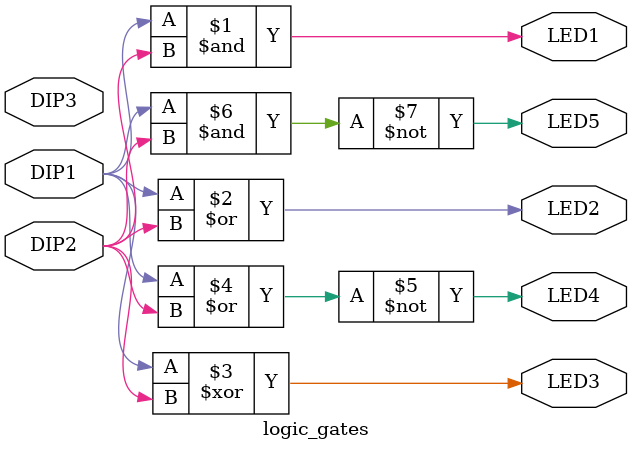
<source format=v>

module logic_gates(
    input wire DIP1,   // DIP 스위치 1 (Y1)
    input wire DIP2,   // DIP 스위치 2 (W3)
    input wire DIP3,   // DIP 스위치 3 (U2)
    output wire LED1,  // AND 출력 (L4)
    output wire LED2,  // OR 출력 (M4)
    output wire LED3,  // XOR 출력 (M2)
    output wire LED4,  // NOR 출력 (N7)
    output wire LED5   // NAND 출력 (M7)
);

// 2개의 입력으로 AND, OR, XOR, NOR, NAND 계산
assign LED1 = DIP1 & DIP2;            // AND
assign LED2 = DIP1 | DIP2;            // OR
assign LED3 = DIP1 ^ DIP2;            // XOR
assign LED4 = ~(DIP1 | DIP2);         // NOR
assign LED5 = ~(DIP1 & DIP2);         // NAND

endmodule

</source>
